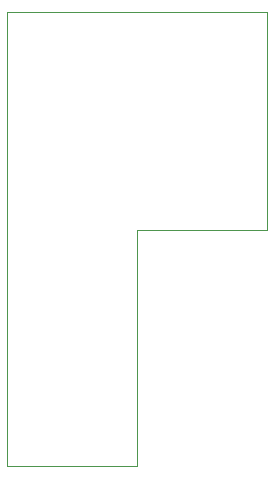
<source format=gm1>
G04 #@! TF.GenerationSoftware,KiCad,Pcbnew,(5.1.8)-1*
G04 #@! TF.CreationDate,2020-12-06T15:56:29+10:30*
G04 #@! TF.ProjectId,ArlecFanESP,41726c65-6346-4616-9e45-53502e6b6963,rev?*
G04 #@! TF.SameCoordinates,Original*
G04 #@! TF.FileFunction,Profile,NP*
%FSLAX46Y46*%
G04 Gerber Fmt 4.6, Leading zero omitted, Abs format (unit mm)*
G04 Created by KiCad (PCBNEW (5.1.8)-1) date 2020-12-06 15:56:29*
%MOMM*%
%LPD*%
G01*
G04 APERTURE LIST*
G04 #@! TA.AperFunction,Profile*
%ADD10C,0.050000*%
G04 #@! TD*
G04 APERTURE END LIST*
D10*
X131000000Y-136000000D02*
X120000000Y-136000000D01*
X131000000Y-116000000D02*
X131000000Y-136000000D01*
X142000000Y-116000000D02*
X131000000Y-116000000D01*
X142000000Y-97500000D02*
X142000000Y-116000000D01*
X120000000Y-97500000D02*
X142000000Y-97500000D01*
X120000000Y-136000000D02*
X120000000Y-97500000D01*
M02*

</source>
